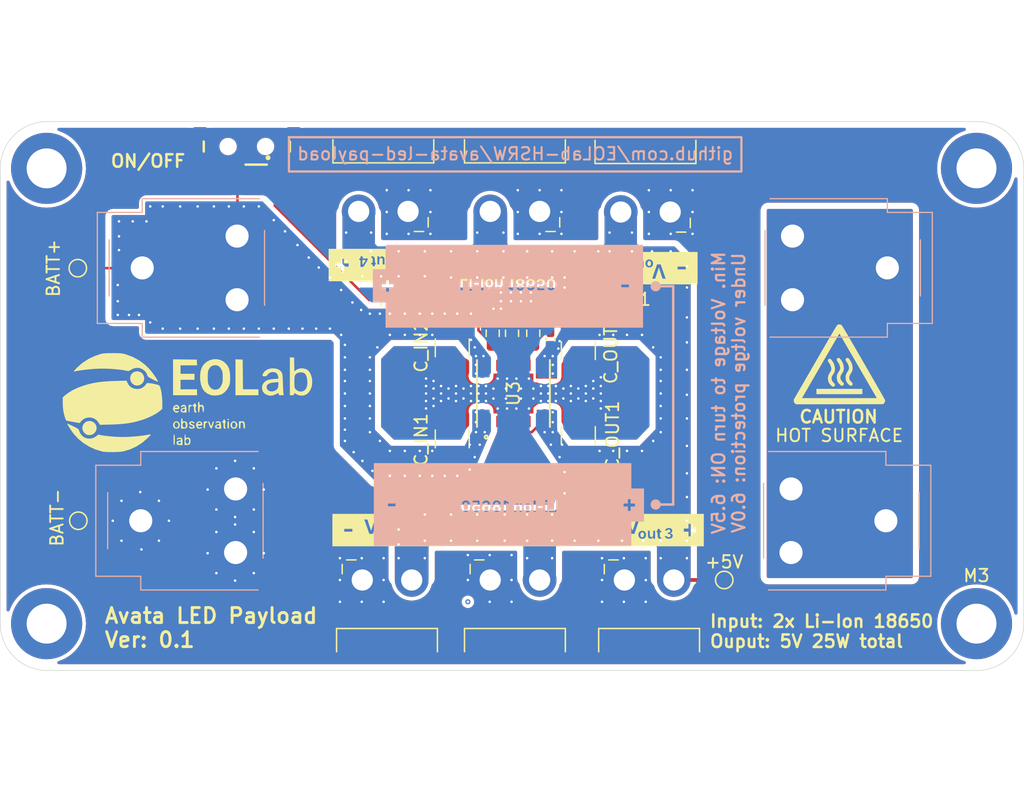
<source format=kicad_pcb>
(kicad_pcb (version 20240108) (generator "pcbnew") (generator_version "8.0")
  (layers (0 "F.Cu" signal) (1 "In1.Cu" signal) (2 "In2.Cu" signal) (31 "B.Cu" signal) (34 "B.Paste" user) (35 "F.Paste" user) (36 "B.SilkS" user "B.Silkscreen") (37 "F.SilkS" user "F.Silkscreen") (38 "B.Mask" user) (39 "F.Mask" user) (44 "Edge.Cuts" user))
  (net 0 "")
  (net 1 "PGND")
  (net 2 "+BATT")
  (net 3 "+5V")
  (net 4 "AGND")
  (net 5 "/POWER_EN")
  (net 10 "/RBOOT")
  (net 11 "/FB")
  (net 12 "/RT")
  (net 13 "/SW_EN")
  (net 14 "/BATT_NET")
  (footprint "Resistor_SMD:R_0603_1608Metric_Pad0.98x0.95mm_HandSolder" (layer "F.Cu") (at 148.1475 94.305)
    (property "Reference" "R_ENT1")
    (property "Value" "8.2k 1%")
  )
  (footprint "MountingHole:MountingHole_3.2mm_M3_ISO7380_Pad" (layer "F.Cu") (at 188.96 83.75)
    (property "Reference" "REF**" (hide yes))
    (property "Value" "MountingHole_3.2mm_M3_ISO7380_Pad")
  )
  (footprint "TestPoint:TestPoint_Pad_D1.0mm" (layer "F.Cu") (at 117 112)
    (property "Reference" "BATT-")
    (property "Value" "TestPoint")
  )
  (footprint "Resistor_SMD:R_0603_1608Metric_Pad0.98x0.95mm_HandSolder" (layer "F.Cu") (at 155.7625 94.305 180)
    (property "Reference" "R_FBT1")
    (property "Value" "40.2k")
  )
  (footprint "B2PS-VH:JST_VH_B2PS-VH_1x02_P3.96mm_Horizontal" (layer "F.Cu") (at 150 116.75)
    (property "Reference" "Vout2" (hide yes))
    (property "Value" "-")
  )
  (footprint "B2PS-VH:JST_VH_B2PS-VH_1x02_P3.96mm_Horizontal" (layer "F.Cu") (at 139.75 116.75)
    (property "Reference" "Vout1" (hide yes))
    (property "Value" "-")
  )
  (footprint "TestPoint:TestPoint_Pad_D1.0mm" (layer "F.Cu") (at 168.75 116.75)
    (property "Reference" "+5V")
    (property "Value" "TestPoint")
  )
  (footprint "B2PS-VH:JST_VH_B2PS-VH_1x02_P3.96mm_Horizontal" (layer "F.Cu") (at 160.75 116.75)
    (property "Reference" "Vout3" (hide yes))
    (property "Value" "-")
  )
  (footprint "NetTie:NetTie-2_SMD_Pad0.5mm" (layer "F.Cu") (at 152.6 100.48 90)
    (property "Reference" "NT2" (hide yes))
    (property "Value" "NetTie_2" (hide yes))
  )
  (footprint "LOGO" (layer "F.Cu") (at 151.96 91.5 180)
    (property "Reference" "G***" (hide yes))
    (property "Value" "LOGO" (hide yes))
  )
  (footprint "Capacitor_SMD:C_1210_3225Metric_Pad1.33x2.70mm_HandSolder" (layer "F.Cu") (at 146.96 98.1375 -90)
    (property "Reference" "C_IN2")
    (property "Value" "10uF, 50V, X7R")
  )
  (footprint "Resistor_SMD:R_0603_1608Metric_Pad0.98x0.95mm_HandSolder" (layer "F.Cu") (at 150.2 96.9675 90)
    (property "Reference" "R_ENB1" (hide yes))
    (property "Value" "100k 1%")
  )
  (footprint "B2PS-VH:JST_VH_B2PS-VH_1x02_P3.96mm_Horizontal" (layer "F.Cu") (at 143.42 87.2 180)
    (property "Reference" "Vout4" (hide yes))
    (property "Value" "-")
  )
  (footprint "B2PS-VH:JST_VH_B2PS-VH_1x02_P3.96mm_Horizontal" (layer "F.Cu") (at 164.42 87.25 180)
    (property "Reference" "Vout6" (hide yes))
    (property "Value" "-")
  )
  (footprint "MountingHole:MountingHole_3.2mm_M3_ISO7380_Pad" (layer "F.Cu") (at 114.46 83.75)
    (property "Reference" "REF**" (hide yes))
    (property "Value" "MountingHole_3.2mm_M3_ISO7380_Pad")
  )
  (footprint "LOGO" (layer "F.Cu") (at 162.21 91.75 180)
    (property "Reference" "G***" (hide yes))
    (property "Value" "LOGO" (hide yes))
  )
  (footprint "LOGO" (layer "F.Cu") (at 151.96 112.75)
    (property "Reference" "G***" (hide yes))
    (property "Value" "LOGO" (hide yes))
  )
  (footprint "NetTie:NetTie-2_SMD_Pad0.5mm" (layer "F.Cu") (at 152.6 103.105 -90)
    (property "Reference" "NT1" (hide yes))
    (property "Value" "NetTie_2" (hide yes))
  )
  (footprint "Capacitor_SMD:C_0402_1005Metric_Pad0.74x0.62mm_HandSolder" (layer "F.Cu") (at 154.825 97.4725 90)
    (property "Reference" "C_FF1" (hide yes))
    (property "Value" "22pF")
  )
  (footprint "TLVM:B3QFN20_RDL_TEX" (layer "F.Cu") (at 151.86 101.8 90)
    (property "Reference" "U3")
    (property "Value" "TLVM13660")
  )
  (footprint "LOGO" (layer "F.Cu") (at 125.75 102.5)
    (property "Reference" "G***" (hide yes))
    (property "Value" "LOGO" (hide yes))
  )
  (footprint "Resistor_SMD:R_0603_1608Metric_Pad0.98x0.95mm_HandSolder" (layer "F.Cu") (at 153.45 96.9675 90)
    (property "Reference" "R_FBB1" (hide yes))
    (property "Value" "10k")
  )
  (footprint "LOGO" (layer "F.Cu") (at 141.76 112.75)
    (property "Reference" "G***" (hide yes))
    (property "Value" "LOGO" (hide yes))
  )
  (footprint "B2PS-VH:JST_VH_B2PS-VH_1x02_P3.96mm_Horizontal" (layer "F.Cu") (at 153.96 87.2 180)
    (property "Reference" "Vout5" (hide yes))
    (property "Value" "-")
  )
  (footprint "450404015514:450404015514" (layer "F.Cu") (at 130.5 82)
    (property "Reference" "SW2" (hide yes))
    (property "Value" "SW_DPDT_x2")
  )
  (footprint "Capacitor_SMD:C_1210_3225Metric_Pad1.33x2.70mm_HandSolder" (layer "F.Cu") (at 146.96 105.4375 90)
    (property "Reference" "C_IN1")
    (property "Value" "10uF, 50V, X7R")
  )
  (footprint "TestPoint:TestPoint_Pad_D1.0mm" (layer "F.Cu") (at 116.96 91.75)
    (property "Reference" "BATT+")
    (property "Value" "TestPoint")
  )
  (footprint "LOGO" (layer "F.Cu") (at 177.941412 99.55)
    (property "Reference" "G***" (hide yes))
    (property "Value" "LOGO" (hide yes))
  )
  (footprint "Capacitor_SMD:C_1210_3225Metric_Pad1.33x2.70mm_HandSolder" (layer "F.Cu") (at 157.06 98.3625 -90)
    (property "Reference" "C_OUT2")
    (property "Value" "47uF, 10 V, X7R")
  )
  (footprint "LOGO" (layer "F.Cu") (at 162.71 112.75)
    (property "Reference" "G***" (hide yes))
    (property "Value" "LOGO" (hide yes))
  )
  (footprint "LOGO" (layer "F.Cu") (at 141.46 91.5 180)
    (property "Reference" "G***" (hide yes))
    (property "Value" "LOGO" (hide yes))
  )
  (footprint "MountingHole:MountingHole_3.2mm_M3_ISO7380_Pad" (layer "F.Cu") (at 114.46 120.25)
    (property "Reference" "REF**" (hide yes))
    (property "Value" "MountingHole_3.2mm_M3_ISO7380_Pad")
  )
  (footprint "Capacitor_SMD:C_1210_3225Metric_Pad1.33x2.70mm_HandSolder" (layer "F.Cu") (at 157.06 105.1625 90)
    (property "Reference" "C_OUT1")
    (property "Value" "47uF, 10 V, X7R")
  )
  (footprint "Resistor_SMD:R_0603_1608Metric_Pad0.98x0.95mm_HandSolder" (layer "F.Cu") (at 151.75 96.9675 90)
    (property "Reference" "R_RT1" (hide yes))
    (property "Value" "13k")
  )
  (footprint "MountingHole:MountingHole_3.2mm_M3_ISO7380_Pad" (layer "F.Cu") (at 188.96 120.25)
    (property "Reference" "M3")
    (property "Value" "MountingHole_3.2mm_M3_ISO7380_Pad")
  )
  (footprint "LOGO" (layer "B.Cu") (at 151.46 110.7 180)
    (property "Reference" "G***" (hide yes))
    (property "Value" "LOGO" (hide yes))
  )
  (footprint "liion-18650-holder:BATT_18650_CLIP_HOLDER" (layer "B.Cu") (at 174.10227 112 90)
    (property "Reference" "BATT2" (hide yes))
    (property "Value" "-")
  )
  (footprint "liion-18650-holder:BATT_18650_CLIP_HOLDER" (layer "B.Cu") (at 129.72 91.73 -90)
    (property "Reference" "BATT1" (hide yes))
    (property "Value" "-")
  )
  (footprint "LOGO" (layer "B.Cu") (at 151.46 93.2)
    (property "Reference" "G***" (hide yes))
    (property "Value" "LOGO" (hide yes))
  )
  (gr_poly (pts (xy 151.7 95.58) (xy 153.525 95.58) (xy 153.525 96.505) (xy 153.275 96.505) (xy 152.725 97.205) (xy 152.736773 99.505383) (xy 152.483752 99.505383) (xy 152.45 97.255) (xy 151.7 96.53)) (fill solid) (layer "F.Cu") (net 4))
  (gr_rect (start 152.483752 96.18) (end 152.736773 99.505383) (fill solid) (layer "F.Cu") (net 4))
  (gr_rect (start 152.482833 99.547924) (end 152.737153 100.217635) (fill solid) (layer "F.Cu"))
  (gr_rect (start 150.26 100.2) (end 153.46 103.4) (fill solid) (layer "F.Cu") (net 1))
  (gr_poly (pts (xy 153.66 100.6) (xy 153.66 99) (xy 154.46 98) (xy 154.46 97.6) (xy 155.16 97.6) (xy 155.66 96.7) (xy 156.26 96.7) (xy 156.26 97.5) (xy 155.36 98.805) (xy 155.36 100.6)) (fill solid) (layer "F.Cu") (net 3))
  (gr_rect (start 152.486643 103.310055) (end 152.736119 104.039107) (fill solid) (layer "F.Cu"))
  (gr_line (start 164.66 110.7) (end 163.26 110.7) (stroke (width 0.2)) (layer "B.SilkS"))
  (gr_circle (center 163.26 93.2) (end 163.672311 93.2) (fill solid) (layer "B.SilkS"))
  (gr_circle (center 163.26 110.7) (end 162.847689 110.7) (fill solid) (layer "B.SilkS"))
  (gr_line (start 164.66 93.2) (end 164.66 110.7) (stroke (width 0.2)) (layer "B.SilkS"))
  (gr_line (start 163.26 93.2) (end 164.66 93.2) (stroke (width 0.2)) (layer "B.SilkS"))
  (gr_line (start 110.75 83.75) (end 110.75 120.25) (stroke (width 0.05)) (layer "Edge.Cuts"))
  (gr_line (start 192.75 83.75) (end 192.75 120.25) (stroke (width 0.05)) (layer "Edge.Cuts"))
  (gr_line (start 114.5 124) (end 189 124) (stroke (width 0.05)) (layer "Edge.Cuts"))
  (gr_arc (start 192.75 120.25) (mid 191.65165 122.90165) (end 189 124) (stroke (width 0.05)) (layer "Edge.Cuts"))
  (gr_arc (start 114.5 124) (mid 111.84835 122.90165) (end 110.75 120.25) (stroke (width 0.05)) (layer "Edge.Cuts"))
  (gr_arc (start 110.75 83.75) (mid 111.84835 81.09835) (end 114.5 80) (stroke (width 0.05)) (layer "Edge.Cuts"))
  (gr_arc (start 189 80) (mid 191.65165 81.09835) (end 192.75 83.75) (stroke (width 0.05)) (layer "Edge.Cuts"))
  (gr_line (start 189 80) (end 114.5 80) (stroke (width 0.05)) (layer "Edge.Cuts"))
  (gr_text "Min. Voltage to turn ON: 6.5V\nUnder voltge protection: 6.0V" (at 170.5 101.75 90) (layer "B.SilkS") (effects (font (size 1 1) (thickness 0.18) (bold yes)) (justify bottom mirror)))
  (gr_text "HOT SURFACE" (at 172.741412 105.75 0) (layer "F.SilkS") (effects (font (size 1 1)) (justify left bottom)))
  (gr_text "Avata LED Payload\nVer: 0.1" (at 119 122.25 0) (layer "F.SilkS") (effects (font (size 1.2 1.2) (thickness 0.23) (bold yes)) (justify left bottom)))
  (gr_text "Input: 2x Li-Ion 18650\nOuput: 5V 25W total" (at 167.5 122.25 0) (layer "F.SilkS") (effects (font (size 1 1) (thickness 0.2) (bold yes)) (justify left bottom)))
  (gr_text "ON/OFF" (at 119.5 83.75 0) (layer "F.SilkS") (effects (font (size 1 1) (thickness 0.2) (bold yes)) (justify left bottom)))
  (gr_text "CAUTION" (at 174.66 104.25 0) (layer "F.SilkS") (effects (font (size 1 1) (thickness 0.2) (bold yes)) (justify left bottom)))
  (gr_text_box "github.com/EOLab-HSRW/avata-led-payload" (start 133.875 81.25) (end 170.125 84) (layer "B.SilkS") (effects (font (size 1 1) (thickness 0.16)) (justify top mirror)) (border yes) (stroke (width 0.18)))
  (via (at 148.21 118.5) (size 0.4) (drill 0.2) (layers "F.Cu" "B.Cu") (net 0))
  (segment (start 150.2 95.06) (end 150.26 95) (width 0.2) (layer "F.Cu") (net 1))
  (segment (start 150.2 96.055) (end 150.2 95.06) (width 0.2) (layer "F.Cu") (net 1))
  (via (at 141.71 87.25) (size 0.4) (drill 0.2) (layers "F.Cu" "B.Cu") (net 1))
  (via (at 160.71 118.5) (size 0.4) (drill 0.2) (layers "F.Cu" "B.Cu") (net 1))
  (via (at 162.71 85.5) (size 0.4) (drill 0.2) (layers "F.Cu" "B.Cu") (net 1))
  (via (at 154.66 102.4) (size 0.4) (drill 0.2) (layers "F.Cu" "B.Cu") (net 1))
  (via (at 151.71 118.5) (size 0.4) (drill 0.2) (layers "F.Cu" "B.Cu") (net 1))
  (via (at 164.46 89) (size 0.4) (drill 0.2) (layers "F.Cu" "B.Cu") (net 1))
  (via (at 131.06 112.9) (size 0.4) (drill 0.2) (layers "F.Cu" "B.Cu") (net 1))
  (via (at 127.36 114.6) (size 0.4) (drill 0.2) (layers "F.Cu" "B.Cu") (net 1))
  (via (at 147.86 101.4) (size 0.4) (drill 0.2) (layers "F.Cu" "B.Cu") (net 1))
  (via (at 156.46 101.8) (size 0.4) (drill 0.2) (layers "F.Cu" "B.Cu") (net 1))
  (via (at 151.71 114.75) (size 0.4) (drill 0.2) (layers "F.Cu" "B.Cu") (net 1))
  (via (at 144.86 100.6) (size 0.4) (drill 0.2) (layers "F.Cu" "B.Cu") (net 1))
  (via (at 153.96 85.5) (size 0.4) (drill 0.2) (layers "F.Cu" "B.Cu") (net 1))
  (via (at 150.26 101.405) (size 0.4) (drill 0.2) (layers "F.Cu" "B.Cu") (net 1))
  (via (at 145.46 102.8) (size 0.4) (drill 0.2) (layers "F.Cu" "B.Cu") (net 1))
  (via (at 128.06 111.1) (size 0.4) (drill 0.2) (layers "F.Cu" "B.Cu") (net 1))
  (via (at 160.71 115) (size 0.4) (drill 0.2) (layers "F.Cu" "B.Cu") (net 1))
  (via (at 152.1 100.605) (size 0.4) (drill 0.2) (layers "F.Cu" "B.Cu") (net 1))
  (via (at 147.26 101.8) (size 0.4) (drill 0.2) (layers "F.Cu" "B.Cu") (net 1))
  (via (at 128.06 112.9) (size 0.4) (drill 0.2) (layers "F.Cu" "B.Cu") (net 1))
  (via (at 162.71 87.25) (size 0.4) (drill 0.2) (layers "F.Cu" "B.Cu") (net 1))
  (via (at 147.26 101.2) (size 0.4) (drill 0.2) (layers "F.Cu" "B.Cu") (net 1))
  (via (at 151.71 116.75) (size 0.4) (drill 0.2) (layers "F.Cu" "B.Cu") (net 1))
  (via (at 149.96 118.5) (size 0.4) (drill 0.2) (layers "F.Cu" "B.Cu") (net 1))
  (via (at 157.66 101.2) (size 0.4) (drill 0.2) (layers "F.Cu" "B.Cu") (net 1))
  (via (at 124.26 112) (size 0.4) (drill 0.2) (layers "F.Cu" "B.Cu") (net 1))
  (via (at 149.66 101.2) (size 0.4) (drill 0.2) (layers "F.Cu" "B.Cu") (net 1))
  (via (at 158.86 103) (size 0.4) (drill 0.2) (layers "F.Cu" "B.Cu") (net 1))
  (via (at 150.26 102.205) (size 0.4) (drill 0.2) (layers "F.Cu" "B.Cu") (net 1))
  (via (at 147.26 102.4) (size 0.4) (drill 0.2) (layers "F.Cu" "B.Cu") (net 1))
  (via (at 154.06 101.8) (size 0.4) (drill 0.2) (layers "F.Cu" "B.Cu") (net 1))
  (via (at 157.06 101.4) (size 0.4) (drill 0.2) (layers "F.Cu" "B.Cu") (net 1))
  (via (at 122.06 114.3) (size 0.4) (drill 0.2) (layers "F.Cu" "B.Cu") (net 1))
  (via (at 146.66 101.4) (size 0.4) (drill 0.2) (layers "F.Cu" "B.Cu") (net 1))
  (via (at 131.86 109.5) (size 0.4) (drill 0.2) (layers "F.Cu" "B.Cu") (net 1))
  (via (at 151.26 101.405) (size 0.4) (drill 0.2) (layers "F.Cu" "B.Cu") (net 1))
  (via (at 158.26 100.8) (size 0.4) (drill 0.2) (layers "F.Cu" "B.Cu") (net 1))
  (via (at 137.96 115) (size 0.4) (drill 0.2) (layers "F.Cu" "B.Cu") (net 1))
  (via (at 154.06 102.4) (size 0.4) (drill 0.2) (layers "F.Cu" "B.Cu") (net 1))
  (via (at 166.21 85.5) (size 0.4) (drill 0.2) (layers "F.Cu" "B.Cu") (net 1))
  (via (at 155.86 102.2) (size 0.4) (drill 0.2) (layers "F.Cu" "B.Cu") (net 1))
  (via (at 156.46 102.4) (size 0.4) (drill 0.2) (layers "F.Cu" "B.Cu") (net 1))
  (via (at 153.1 103.005) (size 0.4) (drill 0.2) (layers "F.Cu" "B.Cu") (net 1))
  (via (at 143.46 89) (size 0.4) (drill 0.2) (layers "F.Cu" "B.Cu") (net 1))
  (via (at 162.71 89) (size 0.4) (drill 0.2) (layers "F.Cu" "B.Cu") (net 1))
  (via (at 162.46 115) (size 0.4) (drill 0.2) (layers "F.Cu" "B.Cu") (net 1))
  (via (at 123.46 113.6) (size 0.4) (drill 0.2) (layers "F.Cu" "B.Cu") (net 1))
  (via (at 149.66 101.8) (size 0.4) (drill 0.2) (layers "F.Cu" "B.Cu") (net 1))
  (via (at 150.6 103.005) (size 0.4) (drill 0.2) (layers "F.Cu" "B.Cu") (net 1))
  (via (at 131.06 107.8) (size 0.4) (drill 0.2) (layers "F.Cu" "B.Cu") (net 1))
  (via (at 121.96 109.7) (size 0.4) (drill 0.2) (layers "F.Cu" "B.Cu") (net 1))
  (via (at 151.26 102.205) (size 0.4) (drill 0.2) (layers "F.Cu" "B.Cu") (net 1))
  (via (at 149.06 102.4) (size 0.4) (drill 0.2) (layers "F.Cu" "B.Cu") (net 1))
  (via (at 129.56 111.7) (size 0.4) (drill 0.2) (layers "F.Cu" "B.Cu") (net 1))
  (via (at 141.71 85.5) (size 0.4) (drill 0.2) (layers "F.Cu" "B.Cu") (net 1))
  (via (at 141.46 115) (size 0.4) (drill 0.2) (layers "F.Cu" "B.Cu") (net 1))
  (via (at 120.46 113.6) (size 0.4) (drill 0.2) (layers "F.Cu" "B.Cu") (net 1))
  (via (at 157.66 101.8) (size 0.4) (drill 0.2) (layers "F.Cu" "B.Cu") (net 1))
  (via (at 123.46 110.4) (size 0.4) (drill 0.2) (layers "F.Cu" "B.Cu") (net 1))
  (via (at 155.86 101.4) (size 0.4) (drill 0.2) (layers "F.Cu" "B.Cu") (net 1))
  (via (at 131.06 116.2) (size 0.4) (drill 0.2) (layers "F.Cu" "B.Cu") (net 1))
  (via (at 131.06 111.1) (size 0.4) (drill 0.2) (layers "F.Cu" "B.Cu") (net 1))
  (via (at 152.21 85.5) (size 0.4) (drill 0.2) (layers "F.Cu" "B.Cu") (net 1))
  (via (at 120.46 110.4) (size 0.4) (drill 0.2) (layers "F.Cu" "B.Cu") (net 1))
  (via (at 144.86 101.2) (size 0.4) (drill 0.2) (layers "F.Cu" "B.Cu") (net 1))
  (via (at 158.86 101.2) (size 0.4) (drill 0.2) (layers "F.Cu" "B.Cu") (net 1))
  (via (at 157.06 102.2) (size 0.4) (drill 0.2) (layers "F.Cu" "B.Cu") (net 1))
  (via (at 141.46 118.5) (size 0.4) (drill 0.2) (layers "F.Cu" "B.Cu") (net 1))
  (via (at 156.46 101.2) (size 0.4) (drill 0.2) (layers "F.Cu" "B.Cu") (net 1))
  (via (at 153.1 100.605) (size 0.4) (drill 0.2) (layers "F.Cu" "B.Cu") (net 1))
  (via (at 155.71 85.5) (size 0.4) (drill 0.2) (layers "F.Cu" "B.Cu") (net 1))
  (via (at 153.96 89) (size 0.4) (drill 0.2) (layers "F.Cu" "B.Cu") (net 1))
  (via (at 158.26 101.4) (size 0.4) (drill 0.2) (layers "F.Cu" "B.Cu") (net 1))
  (via (at 148.46 101.8) (size 0.4) (drill 0.2) (layers "F.Cu" "B.Cu") (net 1))
  (via (at 139.71 118.5) (size 0.4) (drill 0.2) (layers "F.Cu" "B.Cu") (net 1))
  (via (at 141.46 116.75) (size 0.4) (drill 0.2) (layers "F.Cu" "B.Cu") (net 1))
  (via (at 128.06 116.2) (size 0.4) (drill 0.2) (layers "F.Cu" "B.Cu") (net 1))
  (via (at 150.86 93.7) (size 0.4) (drill 0.2) (layers "F.Cu" "B.Cu") (net 1))
  (via (at 145.46 101.4) (size 0.4) (drill 0.2) (layers "F.Cu" "B.Cu") (net 1))
  (via (at 158.96 115) (size 0.4) (drill 0.2) (layers "F.Cu" "B.Cu") (net 1))
  (via (at 158.96 116.75) (size 0.4) (drill 0.2) (layers "F.Cu" "B.Cu") (net 1))
  (via (at 152.21 89) (size 0.4) (drill 0.2) (layers "F.Cu" "B.Cu") (net 1))
  (via (at 131.86 114.6) (size 0.4) (drill 0.2) (layers "F.Cu" "B.Cu") (net 1))
  (via (at 153.26 93.7) (size 0.4) (drill 0.2) (layers "F.Cu" "B.Cu") (net 1))
  (via (at 157.66 102.4) (size 0.4) (drill 0.2) (layers "F.Cu" "B.Cu") (net 1))
  (via (at 152.46 93.7) (size 0.4) (drill 0.2) (layers "F.Cu" "B.Cu") (net 1))
  (via (at 141.71 89) (size 0.4) (drill 0.2) (layers "F.Cu" "B.Cu") (net 1))
  (via (at 155.26 101.805) (size 0.4) (drill 0.2) (layers "F.Cu" "B.Cu") (net 1))
  (via (at 137.96 118.5) (size 0.4) (drill 0.2) (layers "F.Cu" "B.Cu") (net 1))
  (via (at 129.56 116.8) (size 0.4) (drill 0.2) (layers "F.Cu" "B.Cu") (net 1))
  (via (at 127.36 109.5) (size 0.4) (drill 0.2) (layers "F.Cu" "B.Cu") (net 1))
  (via (at 166.21 87.25) (size 0.4) (drill 0.2) (layers "F.Cu" "B.Cu") (net 1))
  (via (at 147.86 102.2) (size 0.4) (drill 0.2) (layers "F.Cu" "B.Cu") (net 1))
  (via (at 148.21 114.75) (size 0.4) (drill 0.2) (layers "F.Cu" "B.Cu") (net 1))
  (via (at 153.46 102.205) (size 0.4) (drill 0.2) (layers "F.Cu" "B.Cu") (net 1))
  (via (at 146.06 101.8) (size 0.4) (drill 0.2) (layers "F.Cu" "B.Cu") (net 1))
  (via (at 158.26 102.2) (size 0.4) (drill 0.2) (layers "F.Cu" "B.Cu") (net 1))
  (via (at 129.56 107.2) (size 0.4) (drill 0.2) (layers "F.Cu" "B.Cu") (net 1))
  (via (at 145.21 89) (size 0.4) (drill 0.2) (layers "F.Cu" "B.Cu") (net 1))
  (via (at 155.26 102.405) (size 0.4) (drill 0.2) (layers "F.Cu" "B.Cu") (net 1))
  (via (at 158.86 101.8) (size 0.4) (drill 0.2) (layers "F.Cu" "B.Cu") (net 1))
  (via (at 137.96 116.75) (size 0.4) (drill 0.2) (layers "F.Cu" "B.Cu") (net 1))
  (via (at 144.86 103) (size 0.4) (drill 0.2) (layers "F.Cu" "B.Cu") (net 1))
  (via (at 152.46 102.205) (size 0.4) (drill 0.2) (layers "F.Cu" "B.Cu") (net 1))
  (via (at 149.66 102.4) (size 0.4) (drill 0.2) (layers "F.Cu" "B.Cu") (net 1))
  (via (at 149.06 101.2) (size 0.4) (drill 0.2) (layers "F.Cu" "B.Cu") (net 1))
  (via (at 144.86 102.4) (size 0.4) (drill 0.2) (layers "F.Cu" "B.Cu") (net 1))
  (via (at 129.56 112.3) (size 0.4) (drill 0.2) (layers "F.Cu" "B.Cu") (net 1))
  (via (at 148.46 102.4) (size 0.4) (drill 0.2) (layers "F.Cu" "B.Cu") (net 1))
  (via (at 153.46 101.405) (size 0.4) (drill 0.2) (layers "F.Cu" "B.Cu") (net 1))
  (via (at 145.21 85.5) (size 0.4) (drill 0.2) (layers "F.Cu" "B.Cu") (net 1))
  (via (at 151.66 93.7) (size 0.4) (drill 0.2) (layers "F.Cu" "B.Cu") (net 1))
  (via (at 151.35 103.005) (size 0.4) (drill 0.2) (layers "F.Cu" "B.Cu") (net 1))
  (via (at 128.06 107.8) (size 0.4) (drill 0.2) (layers "F.Cu" "B.Cu") (net 1))
  (via (at 152.46 101.405) (size 0.4) (drill 0.2) (layers "F.Cu" "B.Cu") (net 1))
  (via (at 158.86 102.4) (size 0.4) (drill 0.2) (layers "F.Cu" "B.Cu") (net 1))
  (via (at 148.21 116.75) (size 0.4) (drill 0.2) (layers "F.Cu" "B.Cu") (net 1))
  (via (at 139.71 115) (size 0.4) (drill 0.2) (layers "F.Cu" "B.Cu") (net 1))
  (via (at 162.46 118.5) (size 0.4) (drill 0.2) (layers "F.Cu" "B.Cu") (net 1))
  (via (at 158.86 100.5) (size 0.4) (drill 0.2) (layers "F.Cu" "B.Cu") (net 1))
  (via (at 154.06 101.2) (size 0.4) (drill 0.2) (layers "F.Cu" "B.Cu") (net 1))
  (via (at 155.71 89) (size 0.4) (drill 0.2) (layers "F.Cu" "B.Cu") (net 1))
  (via (at 153.26 94.4) (size 0.4) (drill 0.2) (layers "F.Cu" "B.Cu") (net 1))
  (via (at 154.66 101.8) (size 0.4) (drill 0.2) (layers "F.Cu" "B.Cu") (net 1))
  (via (at 148.46 101.2) (size 0.4) (drill 0.2) (layers "F.Cu" "B.Cu") (net 1))
  (via (at 145.46 102.2) (size 0.4) (drill 0.2) (layers "F.Cu" "B.Cu") (net 1))
  (via (at 152.1 103.005) (size 0.4) (drill 0.2) (layers "F.Cu" "B.Cu") (net 1))
  (via (at 146.66 102.2) (size 0.4) (drill 0.2) (layers "F.Cu" "B.Cu") (net 1))
  (via (at 158.96 118.5) (size 0.4) (drill 0.2) (layers "F.Cu" "B.Cu") (net 1))
  (via (at 150.6 100.605) (size 0.4) (drill 0.2) (layers "F.Cu" "B.Cu") (net 1))
  (via (at 162.465476 116.759506) (size 0.4) (drill 0.2) (layers "F.Cu" "B.Cu") (net 1))
  (via (at 143.46 85.5) (size 0.4) (drill 0.2) (layers "F.Cu" "B.Cu") (net 1))
  (via (at 149.96 114.75) (size 0.4) (drill 0.2) (layers "F.Cu" "B.Cu") (net 1))
  (via (at 119.76 112) (size 0.4) (drill 0.2) (layers "F.Cu" "B.Cu") (net 1))
  (via (at 166.21 89) (size 0.4) (drill 0.2) (layers "F.Cu" "B.Cu") (net 1))
  (via (at 146.06 102.4) (size 0.4) (drill 0.2) (layers "F.Cu" "B.Cu") (net 1))
  (via (at 152.21 87.25) (size 0.4) (drill 0.2) (layers "F.Cu" "B.Cu") (net 1))
  (via (at 164.46 85.5) (size 0.4) (drill 0.2) (layers "F.Cu" "B.Cu") (net 1))
  (via (at 149.06 101.8) (size 0.4) (drill 0.2) (layers "F.Cu" "B.Cu") (net 1))
  (via (at 150.86 94.4) (size 0.4) (drill 0.2) (layers "F.Cu" "B.Cu") (net 1))
  (via (at 146.06 101.2) (size 0.4) (drill 0.2) (layers "F.Cu" "B.Cu") (net 1))
  (via (at 152.46 94.4) (size 0.4) (drill 0.2) (layers "F.Cu" "B.Cu") (net 1))
  (via (at 155.26 101.205) (size 0.4) (drill 0.2) (layers "F.Cu" "B.Cu") (net 1))
  (via (at 151.35 100.605) (size 0.4) (drill 0.2) (layers "F.Cu" "B.Cu") (net 1))
  (via (at 145.46 100.8) (size 0.4) (drill 0.2) (layers "F.Cu" "B.Cu") (net 1))
  (via (at 145.21 87.25) (size 0.4) (drill 0.2) (layers "F.Cu" "B.Cu") (net 1))
  (via (at 144.86 101.8) (size 0.4) (drill 0.2) (layers "F.Cu" "B.Cu") (net 1))
  (via (at 150.26 95) (size 0.4) (drill 0.2) (layers "F.Cu" "B.Cu") (net 1))
  (via (at 151.66 94.4) (size 0.4) (drill 0.2) (layers "F.Cu" "B.Cu") (net 1))
  (via (at 155.71 87.25) (size 0.4) (drill 0.2) (layers "F.Cu" "B.Cu") (net 1))
  (via (at 150.86 95) (size 0.4) (drill 0.2) (layers "F.Cu" "B.Cu") (net 1))
  (via (at 154.66 101.2) (size 0.4) (drill 0.2) (layers "F.Cu" "B.Cu") (net 1))
  (segment (start 122.1 91.75) (end 122.12 91.73) (width 0.2) (layer "F.Cu") (net 2))
  (segment (start 129.75 84.05) (end 129.75 89.15) (width 0.2) (layer "F.Cu") (net 2))
  (segment (start 129.75 89.15) (end 129.72 89.18) (width 0.2) (layer "F.Cu") (net 2))
  (segment (start 116.96 91.75) (end 122.1 91.75) (width 0.2) (layer "F.Cu") (net 2))
  (via (at 130.26 96.6) (size 0.4) (drill 0.2) (layers "F.Cu" "B.Cu") (net 2))
  (via (at 121.36 88) (size 0.4) (drill 0.2) (layers "F.Cu" "B.Cu") (net 2))
  (via (at 145.36 106.4) (size 0.4) (drill 0.2) (layers "F.Cu" "B.Cu") (net 2))
  (via (at 131.46 86.8) (size 0.4) (drill 0.2) (layers "F.Cu" "B.Cu") (net 2))
  (via (at 135.46 90.9) (size 0.4) (drill 0.2) (layers "F.Cu" "B.Cu") (net 2))
  (via (at 138.36 103.8) (size 0.4) (drill 0.2) (layers "F.Cu" "B.Cu") (net 2))
  (via (at 138.36 99.9) (size 0.4) (drill 0.2) (layers "F.Cu" "B.Cu") (net 2))
  (via (at 139.06 106.5) (size 0.4) (drill 0.2) (layers "F.Cu" "B.Cu") (net 2))
  (via (at 120.26 90.3) (size 0.4) (drill 0.2) (layers "F.Cu" "B.Cu") (net 2))
  (via (at 148.76 98.1) (size 0.4) (drill 0.2) (layers "F.Cu" "B.Cu") (net 2))
  (via (at 138.36 97.9) (size 0.4) (drill 0.2) (layers "F.Cu" "B.Cu") (net 2))
  (via (at 140.56 108) (size 0.4) (drill 0.2) (layers "F.Cu" "B.Cu") (net 2))
  (via (at 149.46 98.8) (size 0.4) (drill 0.2) (layers "F.Cu" "B.Cu") (net 2))
  (via (at 143.16 95.4) (size 0.4) (drill 0.2) (layers "F.Cu" "B.Cu") (net 2))
  (via (at 138.36 100.8) (size 0.4) (drill 0.2) (layers "F.Cu" "B.Cu") (net 2))
  (via (at 143.16 106.4) (size 0.4) (drill 0.2) (layers "F.Cu" "B.Cu") (net 2))
  (via (at 126.56 96.6) (size 0.4) (drill 0.2) (layers "F.Cu" "B.Cu") (net 2))
  (via (at 140.36 103.8) (size 0.4) (drill 0.2) (layers "F.Cu" "B.Cu") (net 2))
  (via (at 145.36 95.4) (size 0.4) (drill 0.2) (layers "F.Cu" "B.Cu") (net 2))
  (via (at 148.36 107.9) (size 0.4) (drill 0.2) (layers "F.Cu" "B.Cu") (net 2))
  (via (at 132.66 96.6) (size 0.4) (drill 0.2) (layers "F.Cu" "B.Cu") (net 2))
  (via (at 148.86 104.9) (size 0.4) (drill 0.2) (layers "F.Cu" "B.Cu") (net 2))
  (via (at 133.86 96.6) (size 0.4) (drill 0.2) (layers "F.Cu" "B.Cu") (net 2))
  (via (at 138.06 93.5) (size 0.4) (drill 0.2) (layers "F.Cu" "B.Cu") (net 2))
  (via (at 141.96 95.4) (size 0.4) (drill 0.2) (layers "F.Cu" "B.Cu") (net 2))
  (via (at 140.36 104.9) (size 0.4) (drill 0.2) (layers "F.Cu" "B.Cu") (net 2))
  (via (at 140.36 99.9) (size 0.4) (drill 0.2) (layers "F.Cu" "B.Cu") (net 2))
  (via (at 126.56 86.8) (size 0.4) (drill 0.2) (layers "F.Cu" "B.Cu") (net 2))
  (via (at 140.36 101.8) (size 0.4) (drill 0.2) (layers "F.Cu" "B.Cu") (net 2))
  (via (at 141.16 105.6) (size 0.4) (drill 0.2) (layers "F.Cu" "B.Cu") (net 2))
  (via (at 148.86 98.8) (size 0.4) (drill 0.2) (layers "F.Cu" "B.Cu") (net 2))
  (via (at 145.36 97.1) (size 0.4) (drill 0.2) (layers "F.Cu" "B.Cu") (net 2))
  (via (at 121.86 95.5) (size 0.4) (drill 0.2) (layers "F.Cu" "B.Cu") (net 2))
  (via (at 138.36 102.8) (size 0.4) (drill 0.2) (layers "F.Cu" "B.Cu") (net 2))
  (via (at 138.36 98.9) (size 0.4) (drill 0.2) (layers "F.Cu" "B.Cu") (net 2))
  (via (at 122.46 88) (size 0.4) (drill 0.2) (layers "F.Cu" "B.Cu") (net 2))
  (via (at 120.26 88) (size 0.4) (drill 0.2) (layers "F.Cu" "B.Cu") (net 2))
  (via (at 137.16 96.6) (size 0.4) (drill 0.2) (layers "F.Cu" "B.Cu") (net 2))
  (via (at 130.26 86.8) (size 0.4) (drill 0.2) (layers "F.Cu" "B.Cu") (net 2))
  (via (at 120.16 94.4) (size 0.4) (drill 0.2) (layers "F.Cu" "B.Cu") (net 2))
  (via (at 141.96 106.4) (size 0.4) (drill 0.2) (layers "F.Cu" "B.Cu") (net 2))
  (via (at 136.06 96.6) (size 0.4) (drill 0.2) (layers "F.Cu" "B.Cu") (net 2))
  (via (at 129.06 86.8) (size 0.4) (drill 0.2) (layers "F.Cu" "B.Cu") (net 2))
  (via (at 134.96 96.6) (size 0.4) (drill 0.2) (layers "F.Cu" "B.Cu") (net 2))
  (via (at 144.36 97.1) (size 0.4) (drill 0.2) (layers "F.Cu" "B.Cu") (net 2))
  (via (at 120.26 89.2) (size 0.4) (drill 0.2) (layers "F.Cu" "B.Cu") (net 2))
  (via (at 138.36 105.6) (size 0.4) (drill 0.2) (layers "F.Cu" "B.Cu") (net 2))
  (via (at 138.36 104.7) (size 0.4) (drill 0.2) (layers "F.Cu" "B.Cu") (net 2))
  (via (at 149.56 104.9) (size 0.4) (drill 0.2) (layers "F.Cu" "B.Cu") (net 2))
  (via (at 146.36 108.4) (size 0.4) (drill 0.2) (layers "F.Cu" "B.Cu") (net 2))
  (via (at 144.36 95.4) (size 0.4) (drill 0.2) (layers "F.Cu" "B.Cu") (net 2))
  (via (at 144.36 106.4) (size 0.4) (drill 0.2) (layers "F.Cu" "B.Cu") (net 2))
  (via (at 147.36 95.4) (size 0.4) (drill 0.2) (layers "F.Cu" "B.Cu") (net 2))
  (via (at 143.16 108.4) (size 0.4) (drill 0.2) (layers "F.Cu" "B.Cu") (net 2))
  (via (at 120.16 93.1) (size 0.4) (drill 0.2) (layers "F.Cu" "B.Cu") (net 2))
  (via (at 147.36 108.4) (size 0.4) (drill 0.2) (layers "F.Cu" "B.Cu") (net 2))
  (via (at 133.56 88.8) (size 0.4) (drill 0.2) (layers "F.Cu" "B.Cu") (net 2))
  (via (at 121.06 95.5) (size 0.4) (drill 0.2) (layers "F.Cu" "B.Cu") (net 2))
  (via (at 134.56 89.9) (size 0.4) (drill 0.2) (layers "F.Cu" "B.Cu") (net 2))
  (via (at 132.66 87.9) (size 0.4) (drill 0.2) (layers "F.Cu" "B.Cu") (net 2))
  (via (at 140.36 98.9) (size 0.4) (drill 0.2) (layers "F.Cu" "B.Cu") (net 2))
  (via (at 125.16 96.6) (size 0.4) (drill 0.2) (layers "F.Cu" "B.Cu") (net 2))
  (via (at 123.76 86.8) (size 0.4) (drill 0.2) (layers "F.Cu" "B.Cu") (net 2))
  (via (at 125.16 86.8) (size 0.4) (drill 0.2) (layers "F.Cu" "B.Cu") (net 2))
  (via (at 123.76 96.6) (size 0.4) (drill 0.2) (layers "F.Cu" "B.Cu") (net 2))
  (via (at 120.16 95.5) (size 0.4) (drill 0.2) (layers "F.Cu" "B.Cu") (net 2))
  (via (at 148.86 99.5) (size 0.4) (drill 0.2) (layers "F.Cu" "B.Cu") (net 2))
  (via (at 140.36 95.4) (size 0.4) (drill 0.2) (layers "F.Cu" "B.Cu") (net 2))
  (via (at 148.46 97.5) (size 0.4) (drill 0.2) (layers "F.Cu" "B.Cu") (net 2))
  (via (at 139.76 107.2) (size 0.4) (drill 0.2) (layers "F.Cu" "B.Cu") (net 2))
  (via (at 127.86 86.8) (size 0.4) (drill 0.2) (layers "F.Cu" "B.Cu") (net 2))
  (via (at 146.36 95.4) (size 0.4) (drill 0.2) (layers "F.Cu" "B.Cu") (net 2))
  (via (at 131.46 96.6) (size 0.4) (drill 0.2) (layers "F.Cu" "B.Cu") (net 2))
  (via (at 148.36 105.9) (size 0.4) (drill 0.2) (layers "F.Cu" "B.Cu") (net 2))
  (via (at 140.96 98.1) (size 0.4) (drill 0.2) (layers "F.Cu" "B.Cu") (net 2))
  (via (at 138.06 97.1) (size 0.4) (drill 0.2) (layers "F.Cu" "B.Cu") (net 2))
  (via (at 122.76 86.8) (size 0.4) (drill 0.2) (layers "F.Cu" "B.Cu") (net 2))
  (via (at 143.16 97.1) (size 0.4) (drill 0.2) (layers "F.Cu" "B.Cu") (net 2))
  (via (at 127.86 96.6) (size 0.4) (drill 0.2) (layers "F.Cu" "B.Cu") (net 2))
  (via (at 149.16 105.9) (size 0.4) (drill 0.2) (layers "F.Cu" "B.Cu") (net 2))
  (via (at 148.46 95.4) (size 0.4) (drill 0.2) (layers "F.Cu" "B.Cu") (net 2))
  (via (at 140.36 102.8) (size 0.4) (drill 0.2) (layers "F.Cu" "B.Cu") (net 2))
  (via (at 141.96 97.1) (size 0.4) (drill 0.2) (layers "F.Cu" "B.Cu") (net 2))
  (via (at 137.16 92.5) (size 0.4) (drill 0.2) (layers "F.Cu" "B.Cu") (net 2))
  (via (at 138.96 94.5) (size 0.4) (drill 0.2) (layers "F.Cu" "B.Cu") (net 2))
  (via (at 148.86 100.2) (size 0.4) (drill 0.2) (layers "F.Cu" "B.Cu") (net 2))
  (via (at 148.86 104.1) (size 0.4) (drill 0.2) (layers "F.Cu" "B.Cu") (net 2))
  (via (at 144.36 108.4) (size 0.4) (drill 0.2) (layers "F.Cu" "B.Cu") (net 2))
  (via (at 138.36 101.8) (size 0.4) (drill 0.2) (layers "F.Cu" "B.Cu") (net 2))
  (via (at 145.36 108.4) (size 0.4) (drill 0.2) (layers "F.Cu" "B.Cu") (net 2))
  (via (at 122.76 96.1) (size 0.4) (drill 0.2) (layers "F.Cu" "B.Cu") (net 2))
  (via (at 141.16 95.4) (size 0.4) (drill 0.2) (layers "F.Cu" "B.Cu") (net 2))
  (via (at 139.66 95.1) (size 0.4) (drill 0.2) (layers "F.Cu" "B.Cu") (net 2))
  (via (at 129.06 96.6) (size 0.4) (drill 0.2) (layers "F.Cu" "B.Cu") (net 2))
  (via (at 140.36 100.8) (size 0.4) (drill 0.2) (layers "F.Cu" "B.Cu") (net 2))
  (via (at 148.76 106.9) (size 0.4) (drill 0.2) (layers "F.Cu" "B.Cu") (net 2))
  (via (at 136.26 91.7) (size 0.4) (drill 0.2) (layers "F.Cu" "B.Cu") (net 2))
  (via (at 148.86 103.3) (size 0.4) (drill 0.2) (layers "F.Cu" "B.Cu") (net 2))
  (via (at 141.96 108.4) (size 0.4) (drill 0.2) (layers "F.Cu" "B.Cu") (net 2))
  (segment (start 153.329815 104.9) (end 153.985315 104.2445) (width 0.2) (layer "F.Cu") (net 3))
  (segment (start 153.985315 104.2445) (end 153.985315 103.8) (width 0.2) (layer "F.Cu") (net 3))
  (segment (start 168.75 116.75) (end 164.71 116.75) (width 0.3) (layer "F.Cu") (net 3))
  (segment (start 152.315504 104.9) (end 153.329815 104.9) (width 0.2) (layer "F.Cu") (net 3))
  (segment (start 152.110063 104.050059) (end 152.110063 104.694559) (width 0.2) (layer "F.Cu") (net 3))
  (segment (start 152.110063 104.694559) (end 152.315504 104.9) (width 0.2) (layer "F.Cu") (net 3))
  (via (at 165.76 110.1) (size 0.4) (drill 0.2) (layers "F.Cu" "B.Cu") (net 3))
  (via (at 155.01 104.1) (size 0.4) (drill 0.2) (layers "F.Cu" "B.Cu") (net 3))
  (via (at 159.56 90.4) (size 0.4) (drill 0.2) (layers "F.Cu" "B.Cu") (net 3))
  (via (at 155.96 109.8) (size 0.4) (drill 0.2) (layers "F.Cu" "B.Cu") (net 3))
  (via (at 162.26 113.6) (size 0.4) (drill 0.2) (layers "F.Cu" "B.Cu") (net 3))
  (via (at 144.76 90.4) (size 0.4) (drill 0.2) (layers "F.Cu" "B.Cu") (net 3))
  (via (at 159.86 97.1) (size 0.4) (drill 0.2) (layers "F.Cu" "B.Cu") (net 3))
  (via (at 140.46 90.4) (size 0.4) (drill 0.2) (layers "F.Cu" "B.Cu") (net 3))
  (via (at 154.86 105.9) (size 0.4) (drill 0.2) (layers "F.Cu" "B.Cu") (net 3))
  (via (at 165.76 95.7) (size 0.4) (drill 0.2) (layers "F.Cu" "B.Cu") (net 3))
  (via (at 159.56 88.9) (size 0.4) (drill 0.2) (layers "F.Cu" "B.Cu") (net 3))
  (via (at 155.96 92.5) (size 0.4) (drill 0.2) (layers "F.Cu" "B.Cu") (net 3))
  (via (at 152.96 92.5) (size 0.4) (drill 0.2) (layers "F.Cu" "B.Cu") (net 3))
  (via (at 165.76 97.7) (size 0.4) (drill 0.2) (layers "F.Cu" "B.Cu") (net 3))
  (via (at 148.96 111.5) (size 0.4) (drill 0.2) (layers "F.Cu" "B.Cu") (net 3))
  (via (at 163.66 103.8) (size 0.4) (drill 0.2) (layers "F.Cu" "B.Cu") (net 3))
  (via (at 142.66 92.4) (size 0.4) (drill 0.2) (layers "F.Cu" "B.Cu") (net 3))
  (via (at 154.96 92.5) (size 0.4) (drill 0.2) (layers "F.Cu" "B.Cu") (net 3))
  (via (at 148.96 92.5) (size 0.4) (drill 0.2) (layers "F.Cu" "B.Cu") (net 3))
  (via (at 160.56 113.6) (size 0.4) (drill 0.2) (layers "F.Cu" "B.Cu") (net 3))
  (via (at 151.16 113.6) (size 0.4) (drill 0.2) (layers "F.Cu" "B.Cu") (net 3))
  (via (at 155.01 98.8) (size 0.4) (drill 0.2) (layers "F.Cu" "B.Cu") (net 3))
  (via (at 148.96 90.4) (size 0.4) (drill 0.2) (layers "F.Cu" "B.Cu") (net 3))
  (via (at 151.06 90.4) (size 0.4) (drill 0.2) (layers "F.Cu" "B.Cu") (net 3))
  (via (at 152.96 113.6) (size 0.4) (drill 0.2) (layers "F.Cu" "B.Cu") (net 3))
  (via (at 140.46 88.9) (size 0.4) (drill 0.2) (layers "F.Cu" "B.Cu") (net 3))
  (via (at 142.66 115) (size 0.4) (drill 0.2) (layers "F.Cu" "B.Cu") (net 3))
  (via (at 163.06 105.6) (size 0.4) (drill 0.2) (layers "F.Cu" "B.Cu") (net 3))
  (via (at 155.01 99.5) (size 0.4) (drill 0.2) (layers "F.Cu" "B.Cu") (net 3))
  (via (at 142.66 90.4) (size 0.4) (drill 0.2) (layers "F.Cu" "B.Cu") (net 3))
  (via (at 155.56 97.6) (size 0.4) (drill 0.2) (layers "F.Cu" "B.Cu") (net 3))
  (via (at 154.96 90.4) (size 0.4) (drill 0.2) (layers "F.Cu" "B.Cu") (net 3))
  (via (at 142.66 112.7) (size 0.4) (drill 0.2) (layers "F.Cu" "B.Cu") (net 3))
  (via (at 163.66 104.9) (size 0.4) (drill 0.2) (layers "F.Cu" "B.Cu") (net 3))
  (via (at 158.66 90.4) (size 0.4) (drill 0.2) (layers "F.Cu" "B.Cu") (net 3))
  (via (at 139.76 92.4) (size 0.4) (drill 0.2) (layers "F.Cu" "B.Cu") (net 3))
  (via (at 165.76 113.6) (size 0.4) (drill 0.2) (layers "F.Cu" "B.Cu") (net 3))
  (via (at 144.76 113.6) (size 0.4) (drill 0.2) (layers "F.Cu" "B.Cu") (net 3))
  (via (at 152.96 115) (size 0.4) (drill 0.2) (layers "F.Cu" "B.Cu") (net 3))
  (via (at 154.96 111.5) (size 0.4) (drill 0.2) (layers "F.Cu" "B.Cu") (net 3))
  (via (at 155.46 98.2) (size 0.4) (drill 0.2) (layers "F.Cu" "B.Cu") (net 3))
  (via (at 154.96 115) (size 0.4) (drill 0.2) (layers "F.Cu" "B.Cu") (net 3))
  (via (at 146.86 92.5) (size 0.4) (drill 0.2) (layers "F.Cu" "B.Cu") (net 3))
  (via (at 158.76 106.4) (size 0.4) (drill 0.2) (layers "F.Cu" "B.Cu") (net 3))
  (via (at 148.96 88.9) (size 0.4) (drill 0.2) (layers "F.Cu" "B.Cu") (net 3))
  (via (at 165.76 91.6) (size 0.4) (drill 0.2) (layers "F.Cu" "B.Cu") (net 3))
  (via (at 154.36 104.9) (size 0.4) (drill 0.2) (layers "F.Cu" "B.Cu") (net 3))
  (via (at 163.66 101.8) (size 0.4) (drill 0.2) (layers "F.Cu" "B.Cu") (net 3))
  (via (at 155.96 93.3) (size 0.4) (drill 0.2) (layers "F.Cu" "B.Cu") (net 3))
  (via (at 158.66 113.6) (size 0.4) (drill 0.2) (layers "F.Cu" "B.Cu") (net 3))
  (via (at 152.96 90.4) (size 0.4) (drill 0.2) (layers "F.Cu" "B.Cu") (net 3))
  (via (at 146.86 90.4) (size 0.4) (drill 0.2) (layers "F.Cu" "B.Cu") (net 3))
  (via (at 154.36 98.8) (size 0.4) (drill 0.2) (layers "F.Cu" "B.Cu") (net 3))
  (via (at 155.56 106.9) (size 0.4) (drill 0.2) (layers "F.Cu" "B.Cu") (net 3))
  (via (at 144.76 111.5) (size 0.4) (drill 0.2) (layers "F.Cu" "B.Cu") (net 3))
  (via (at 146.86 111.5) (size 0.4) (drill 0.2) (layers "F.Cu" "B.Cu") (net 3))
  (via (at 163.66 99.9) (size 0.4) (drill 0.2) (layers "F.Cu" "B.Cu") (net 3))
  (via (at 160.96 106.4) (size 0.4) (drill 0.2) (layers "F.Cu" "B.Cu") (net 3))
  (via (at 163.66 102.8) (size 0.4) (drill 0.2) (layers "F.Cu" "B.Cu") (net 3))
  (via (at 138.46 91.2) (size 0.4) (drill 0.2) (layers "F.Cu" "B.Cu") (net 3))
  (via (at 165.76 112) (size 0.4) (drill 0.2) (layers "F.Cu" "B.Cu") (net 3))
  (via (at 163.66 98.9) (size 0.4) (drill 0.2) (layers "F.Cu" "B.Cu") (net 3))
  (via (at 155.01 103.3) (size 0.4) (drill 0.2) (layers "F.Cu" "B.Cu") (net 3))
  (via (at 158.76 97.1) (size 0.4) (drill 0.2) (layers "F.Cu" "B.Cu") (net 3))
  (via (at 160.96 97.1) (size 0.4) (drill 0.2) (layers "F.Cu" "B.Cu") (net 3))
  (via (at 148.96 113.6) (size 0.4) (drill 0.2) (layers "F.Cu" "B.Cu") (net 3))
  (via (at 165.76 115) (size 0.4) (drill 0.2) (layers "F.Cu" "B.Cu") (net 3))
  (via (at 155.76 105.9) (size 0.4) (drill 0.2) (layers "F.Cu" "B.Cu") (net 3))
  (via (at 159.86 106.4) (size 0.4) (drill 0.2) (layers "F.Cu" "B.Cu") (net 3))
  (via (at 146.86 113.6) (size 0.4) (drill 0.2) (layers "F.Cu" "B.Cu") (net 3))
  (via (at 151.16 111.5) (size 0.4) (drill 0.2) (layers "F.Cu" "B.Cu") (net 3))
  (via (at 165.76 106) (size 0.4) (drill 0.2) (layers "F.Cu" "B.Cu") (net 3))
  (via (at 155.01 100.2) (size 0.4) (drill 0.2) (layers "F.Cu" "B.Cu") (net 3))
  (via (at 165.76 103.8) (size 0.4) (drill 0.2) (layers "F.Cu" "B.Cu") (net 3))
  (via (at 151.06 88.9) (size 0.4) (drill 0.2) (layers "F.Cu" "B.Cu") (net 3))
  (via (at 163.66 113.6) (size 0.4) (drill 0.2) (layers "F.Cu" "B.Cu") (net 3))
  (via (at 152.96 111.5) (size 0.4) (drill 0.2) (layers "F.Cu" "B.Cu") (net 3))
  (via (at 156.76 90.4) (size 0.4) (drill 0.2) (layers "F.Cu" "B.Cu") (net 3))
  (via (at 162.96 90.4) (size 0.4) (drill 0.2) (layers "F.Cu" "B.Cu") (net 3))
  (via (at 165.76 108.2) (size 0.4) (drill 0.2) (layers "F.Cu" "B.Cu") (net 3))
  (via (at 144.76 115) (size 0.4) (drill 0.2) (layers "F.Cu" "B.Cu") (net 3))
  (via (at 163.66 115) (size 0.4) (drill 0.2) (layers "F.Cu" "B.Cu") (net 3))
  (via (at 138.46 88.9) (size 0.4) (drill 0.2) (layers "F.Cu" "B.Cu") (net 3))
  (via (at 165.76 93.3) (size 0.4) (drill 0.2) (layers "F.Cu" "B.Cu") (net 3))
  (via (at 161.36 90.4) (size 0.4) (drill 0.2) (layers "F.Cu" "B.Cu") (net 3))
  (via (at 155.01 104.9) (size 0.4) (drill 0.2) (layers "F.Cu" "B.Cu") (net 3))
  (via (at 162.16 97.1) (size 0.4) (drill 0.2) (layers "F.Cu" "B.Cu") (net 3))
  (via (at 141.26 92.4) (size 0.4) (drill 0.2) (layers "F.Cu" "B.Cu") (net 3))
  (via (at 144.76 92.4) (size 0.4) (drill 0.2) (layers "F.Cu" "B.Cu") (net 3))
  (via (at 142.66 113.9) (size 0.4) (drill 0.2) (layers "F.Cu" "B.Cu") (net 3))
  (via (at 156.76 113.6) (size 0.4) (drill 0.2) (layers "F.Cu" "B.Cu") (net 3))
  (via (at 165.76 101.9) (size 0.4) (drill 0.2) (layers "F.Cu" "B.Cu") (net 3))
  (via (at 155.96 108.1) (size 0.4) (drill 0.2) (layers "F.Cu" "B.Cu") (net 3))
  (via (at 163.66 100.8) (size 0.4) (drill 0.2) (layers "F.Cu" "B.Cu") (net 3))
  (via (at 165.76 99.9) (size 0.4) (drill 0.2) (layers "F.Cu" "B.Cu") (net 3))
  (via (at 164.46 90.4) (size 0.4) (drill 0.2) (layers "F.Cu" "B.Cu") (net 3))
  (via (at 151.06 92.5) (size 0.4) (drill 0.2) (layers "F.Cu" "B.Cu") (net 3))
  (via (at 162.16 106.4) (size 0.4) (drill 0.2) (layers "F.Cu" "B.Cu") (net 3))
  (via (at 154.96 113.6) (size 0.4) (drill 0.2) (layers "F.Cu" "B.Cu") (net 3))
  (via (at 163.06 98.1) (size 0.4) (drill 0.2) (layers "F.Cu" "B.Cu") (net 3))
  (via (at 161.36 88.9) (size 0.4) (drill 0.2) (layers "F.Cu" "B.Cu") (net 3))
  (segment (start 151.109811 98.789811) (end 151.109811 99.549941) (width 0.2) (layer "F.Cu") (net 5))
  (segment (start 150.2 97.88) (end 151.109811 98.789811) (width 0.2) (layer "F.Cu") (net 5))
  (segment (start 149.06 96.74) (end 149.06 94.305) (width 0.2) (layer "F.Cu") (net 5))
  (segment (start 150.2 97.88) (end 149.06 96.74) (width 0.2) (layer "F.Cu") (net 5))
  (segment (start 151.109811 104.050059) (end 151.609937 104.050059) (width 0.2) (layer "F.Cu") (net 10))
  (segment (start 154.825 96.905) (end 154.825 96.835) (width 0.2) (layer "F.Cu") (net 11))
  (segment (start 154.825 96.835) (end 154.85 96.81) (width 0.2) (layer "F.Cu") (net 11))
  (segment (start 153.110315 99.549941) (end 153.110315 98.219685) (width 0.2) (layer "F.Cu") (net 11))
  (segment (start 154.825 96.905) (end 154.425 96.905) (width 0.2) (layer "F.Cu") (net 11))
  (segment (start 154.85 96.81) (end 154.85 94.305) (width 0.2) (layer "F.Cu") (net 11))
  (segment (start 153.110315 98.219685) (end 153.45 97.88) (width 0.2) (layer "F.Cu") (net 11))
  (segment (start 154.425 96.905) (end 153.45 97.88) (width 0.2) (layer "F.Cu") (net 11))
  (segment (start 152.110063 98.240063) (end 152.110063 99.549941) (width 0.2) (layer "F.Cu") (net 12))
  (segment (start 151.75 97.88) (end 152.110063 98.240063) (width 0.2) (layer "F.Cu") (net 12))
  (segment (start 132.75 86.75) (end 132.75 84.05) (width 0.2) (layer "F.Cu") (net 13))
  (segment (start 140.305 94.305) (end 132.75 86.75) (width 0.2) (layer "F.Cu") (net 13))
  (segment (start 147.235 94.305) (end 140.305 94.305) (width 0.2) (layer "F.Cu") (net 13))
  (segment (start 174.22 109.370801) (end 174.10227 109.488531) (width 0.2) (layer "F.Cu") (net 14))
  (segment (start 181.82 111.920801) (end 181.70227 112.038531) (width 0.2) (layer "F.Cu") (net 14))
  (zone (net 1) (net_name "PGND") (layers "F.Cu" "In1.Cu" "In2.Cu" "B.Cu") (connect_pads yes (clearance 0.3)) (min_thickness 0.25) (fill yes (thermal_gap 0.5) (thermal_bridge_width 0.5))
    (polygon (pts (xy 192.75 80) (xy 110.75 80) (xy 110.75 124) (xy 192.75 124)))
  )
  (zone (net 2) (net_name "+BATT") (layers "F&B.Cu") (priority 6) (connect_pads yes (clearance 0.5)) (min_thickness 0.25) (fill yes (thermal_gap 0.5) (thermal_bridge_width 0.5))
    (polygon (pts (xy 150.06 103) (xy 150.06 104.8) (xy 148.36 108.8) (xy 140.76 108.8) (xy 137.96 106) (xy 137.96 97.5) (xy 137.46 97) (xy 122.36 97) (xy 122.36 95.9) (xy 119.66 95.9) (xy 119.66 87.5) (xy 122.36 87.5) (xy 122.36 86.4) (xy 131.76 86.4) (xy 140.26 95) (xy 148.76 95) (xy 148.76 97.2) (xy 150.06 98.9) (xy 150.06 100.6) (xy 148.56 100.6) (xy 148.56 98.9) (xy 147.46 97.5) (xy 142.06 97.5) (xy 140.76 98.8) (xy 140.76 104.7) (xy 142.06 106) (xy 147.96 106) (xy 148.56 104.8) (xy 148.56 103)))
  )
  (zone (net 14) (net_name "/BATT_NET") (layers "F&B.Cu") (priority 4) (connect_pads yes (clearance 0.5)) (min_thickness 0.25) (fill yes (thermal_gap 0.5) (thermal_bridge_width 0.5))
    (polygon (pts (xy 172.16 116.6) (xy 183.86 116.6) (xy 183.86 87) (xy 172.16 87)))
  )
  (zone (net 3) (net_name "+5V") (layers "F&B.Cu") (priority 5) (connect_pads yes (clearance 0.5)) (min_thickness 0.25) (fill yes (thermal_gap 0.5) (thermal_bridge_width 0.5))
    (polygon (pts (xy 166.06 116.8) (xy 163.36 116.8) (xy 163.36 114.1) (xy 163.16 113.9) (xy 155.46 113.9) (xy 155.26 114.1) (xy 155.26 116.75) (xy 152.66 116.75) (xy 152.66 114.1) (xy 152.46 113.9) (xy 145.26 113.9) (xy 145.06 114.1) (xy 145.06 116.75) (xy 142.36 116.7) (xy 142.36 112.55) (xy 143.71 111.2) (xy 155.16 111.2) (xy 155.66 110.8) (xy 155.66 107.7) (xy 153.66 104.705) (xy 153.66 103.005) (xy 155.36 103.005) (xy 155.36 104.8) (xy 156.26 106) (xy 161.96 106) (xy 163.26 104.65) (xy 163.26 98.8) (xy 161.96 97.5) (xy 156.26 97.5) (xy 155.36 98.805) (xy 155.36 100.6) (xy 153.66 100.6) (xy 153.66 99) (xy 154.46 98) (xy 154.46 97.6) (xy 155.16 97.6) (xy 155.66 96.7) (xy 155.66 93) (xy 155.46 92.8) (xy 139.46 92.8) (xy 138.16 91.4) (xy 138.16 87.25) (xy 140.76 87.25) (xy 140.76 89.8) (xy 140.96 90) (xy 148.46 90) (xy 148.66 89.8) (xy 148.66 87.2) (xy 151.36 87.2) (xy 151.36 89.8) (xy 151.56 90) (xy 158.96 90) (xy 159.16 89.8) (xy 159.16 87.2) (xy 161.76 87.2) (xy 161.76 89.8) (xy 161.96 90) (xy 164.76 90) (xy 166.06 91.325)))
  )
)
</source>
